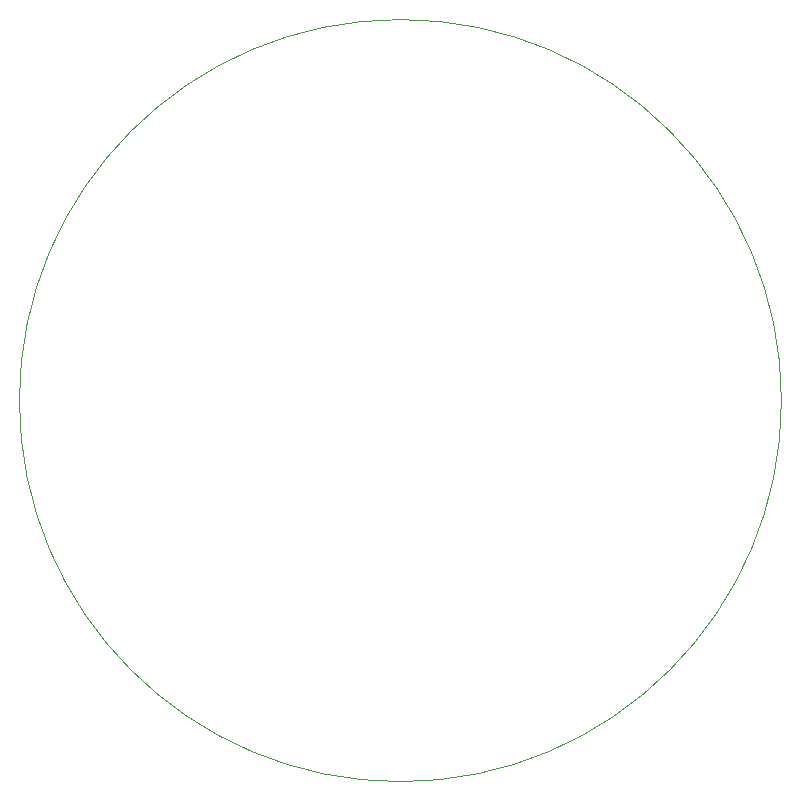
<source format=gbr>
%TF.GenerationSoftware,KiCad,Pcbnew,9.0.2*%
%TF.CreationDate,2025-07-16T17:06:44+05:30*%
%TF.ProjectId,CanSat,43616e53-6174-42e6-9b69-6361645f7063,rev?*%
%TF.SameCoordinates,Original*%
%TF.FileFunction,Profile,NP*%
%FSLAX46Y46*%
G04 Gerber Fmt 4.6, Leading zero omitted, Abs format (unit mm)*
G04 Created by KiCad (PCBNEW 9.0.2) date 2025-07-16 17:06:44*
%MOMM*%
%LPD*%
G01*
G04 APERTURE LIST*
%TA.AperFunction,Profile*%
%ADD10C,0.050000*%
%TD*%
G04 APERTURE END LIST*
D10*
X181061587Y-81850000D02*
G75*
G02*
X116538413Y-81850000I-32261587J0D01*
G01*
X116538413Y-81850000D02*
G75*
G02*
X181061587Y-81850000I32261587J0D01*
G01*
M02*

</source>
